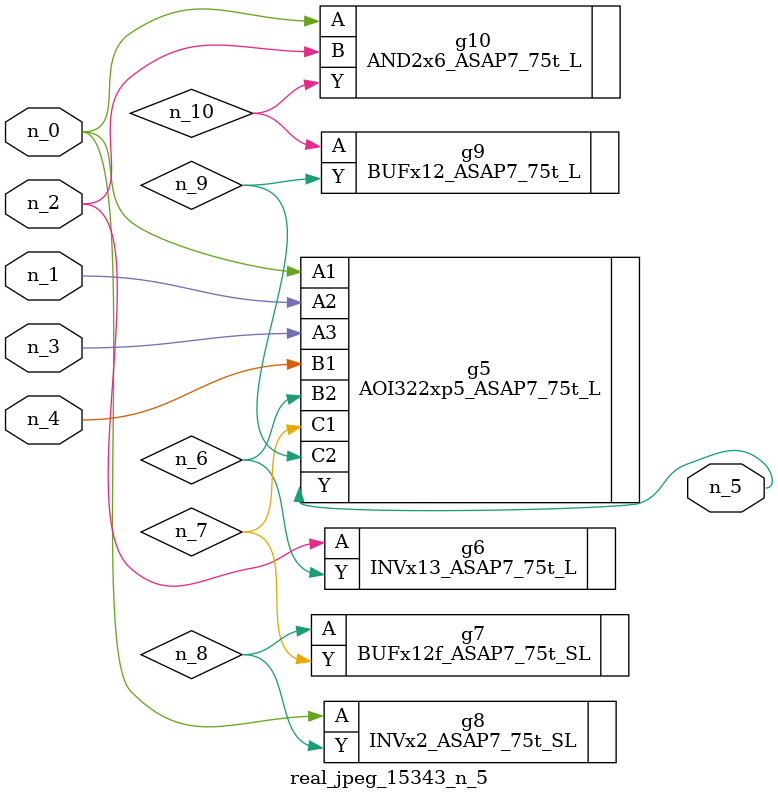
<source format=v>
module real_jpeg_15343_n_5 (n_4, n_0, n_1, n_2, n_3, n_5);

input n_4;
input n_0;
input n_1;
input n_2;
input n_3;

output n_5;

wire n_8;
wire n_6;
wire n_7;
wire n_10;
wire n_9;

AOI322xp5_ASAP7_75t_L g5 ( 
.A1(n_0),
.A2(n_1),
.A3(n_3),
.B1(n_4),
.B2(n_6),
.C1(n_7),
.C2(n_9),
.Y(n_5)
);

INVx2_ASAP7_75t_SL g8 ( 
.A(n_0),
.Y(n_8)
);

AND2x6_ASAP7_75t_L g10 ( 
.A(n_0),
.B(n_2),
.Y(n_10)
);

INVx13_ASAP7_75t_L g6 ( 
.A(n_2),
.Y(n_6)
);

BUFx12f_ASAP7_75t_SL g7 ( 
.A(n_8),
.Y(n_7)
);

BUFx12_ASAP7_75t_L g9 ( 
.A(n_10),
.Y(n_9)
);


endmodule
</source>
